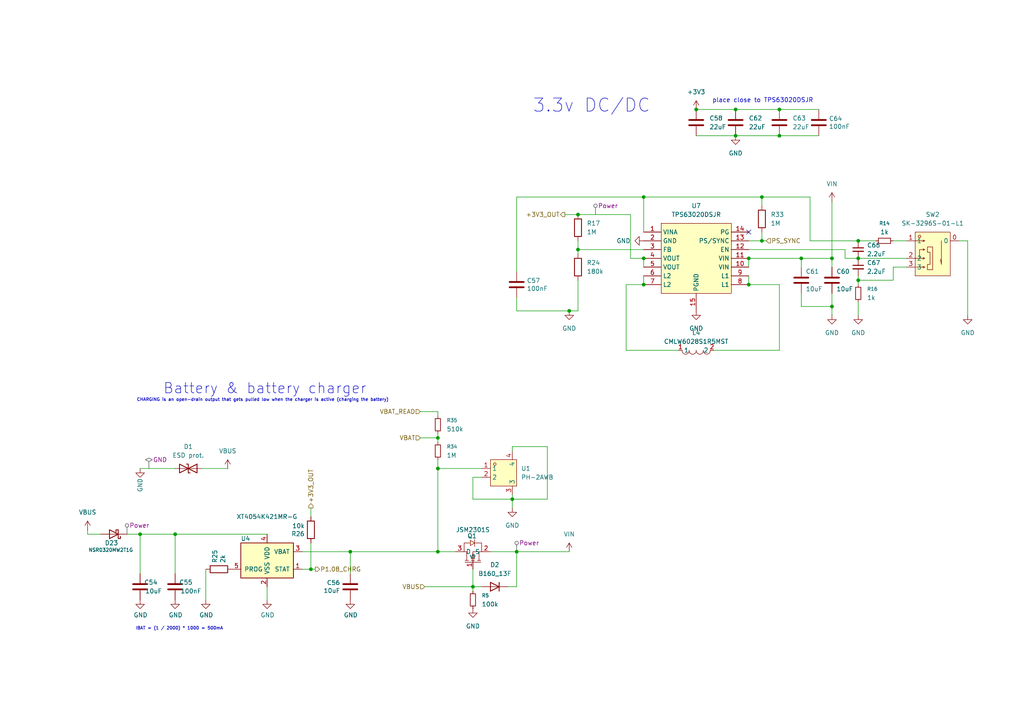
<source format=kicad_sch>
(kicad_sch (version 20250114) (generator "eeschema") (generator_version "9.0")
  (paper "A4")
  (title_block (title "Bornhack 2026") (rev "0.1") (company "Badge.Team"))
  (lib_symbols
    (symbol "Device:C" (pin_numbers (hide yes)) (pin_names (offset 0.254))
      (property "Reference" "C" (at 0.635 2.54 0))
      (property "Value" "C" (at 0.635 -2.54 0))
      (symbol "C_0_1"
        (polyline (pts (xy -2.032 0.762) (xy 2.032 0.762)) (stroke (width 0.508)))
        (polyline (pts (xy -2.032 -0.762) (xy 2.032 -0.762)) (stroke (width 0.508)))
      )
      (symbol "C_1_1"
        (pin passive line (at 0 3.81 270) (length 2.794) (name "~") (number "1"))
        (pin passive line (at 0 -3.81 90) (length 2.794) (name "~") (number "2"))
      )
    )
    (symbol "Device:C_Small" (pin_numbers (hide yes)) (pin_names (offset 0.254) (hide yes))
      (property "Reference" "C" (at 0.254 1.778 0))
      (property "Value" "C_Small" (at 0.254 -2.032 0))
      (symbol "C_Small_0_1"
        (polyline (pts (xy -1.524 0.508) (xy 1.524 0.508)) (stroke (width 0.3048)))
        (polyline (pts (xy -1.524 -0.508) (xy 1.524 -0.508)) (stroke (width 0.3302)))
      )
      (symbol "C_Small_1_1"
        (pin passive line (at 0 2.54 270) (length 2.032) (name "~") (number "1"))
        (pin passive line (at 0 -2.54 90) (length 2.032) (name "~") (number "2"))
      )
    )
    (symbol "Device:D" (pin_numbers (hide yes)) (pin_names (offset 1.016) (hide yes))
      (property "Reference" "D" (at 0 2.54 0))
      (property "Value" "D" (at 0 -2.54 0))
      (symbol "D_0_1"
        (polyline (pts (xy -1.27 1.27) (xy -1.27 -1.27)) (stroke (width 0.254)))
        (polyline (pts (xy 1.27 1.27) (xy 1.27 -1.27) (xy -1.27 0) (xy 1.27 1.27)) (stroke (width 0.254)))
        (polyline (pts (xy 1.27 0) (xy -1.27 0)))
      )
      (symbol "D_1_1"
        (pin passive line (at -3.81 0 0) (length 2.54) (name "K") (number "1"))
        (pin passive line (at 3.81 0 180) (length 2.54) (name "A") (number "2"))
      )
    )
    (symbol "Device:D_TVS" (pin_numbers (hide yes)) (pin_names (offset 1.016) (hide yes))
      (property "Reference" "D" (at 0 2.54 0))
      (property "Value" "D_TVS" (at 0 -2.54 0))
      (symbol "D_TVS_0_1"
        (polyline (pts (xy -2.54 1.27) (xy -2.54 -1.27) (xy 2.54 1.27) (xy 2.54 -1.27) (xy -2.54 1.27)) (stroke (width 0.254)))
        (polyline (pts (xy 0.508 1.27) (xy 0 1.27) (xy 0 -1.27) (xy -0.508 -1.27)) (stroke (width 0.254)))
        (polyline (pts (xy 1.27 0) (xy -1.27 0)))
      )
      (symbol "D_TVS_1_1"
        (pin passive line (at -3.81 0 0) (length 2.54) (name "A1") (number "1"))
        (pin passive line (at 3.81 0 180) (length 2.54) (name "A2") (number "2"))
      )
    )
    (symbol "Device:R" (pin_numbers (hide yes)) (pin_names (offset 0))
      (property "Reference" "R" (at 2.032 0 90))
      (property "Value" "R" (at 0 0 90))
      (symbol "R_0_1"
        (rectangle (start -1.016 -2.54) (end 1.016 2.54) (stroke (width 0.254)))
      )
      (symbol "R_1_1"
        (pin passive line (at 0 3.81 270) (length 1.27) (name "~") (number "1"))
        (pin passive line (at 0 -3.81 90) (length 1.27) (name "~") (number "2"))
      )
    )
    (symbol "Device:R_Small" (pin_numbers (hide yes)) (pin_names (offset 0.254) (hide yes))
      (property "Reference" "R" (at 0 0 90))
      (property "Value" "R_Small" (at 1.778 0 90))
      (symbol "R_Small_0_1"
        (rectangle (start -0.762 1.778) (end 0.762 -1.778) (stroke (width 0.2032)))
      )
      (symbol "R_Small_1_1"
        (pin passive line (at 0 2.54 270) (length 0.762) (name "~") (number "1"))
        (pin passive line (at 0 -2.54 90) (length 0.762) (name "~") (number "2"))
      )
    )
    (symbol "lcsc:CMLW6028S1R5MST"
      (property "Reference" "L" (at 0 5.08 0))
      (property "Value" "CMLW6028S1R5MST" (at 0 -5.08 0))
      (symbol "CMLW6028S1R5MST_0_1"
        (arc (start -2.04 -0.02) (mid -3.0445 -1.1335) (end -4.06 -0.03))
        (arc (start -0.01 -0.03) (mid -1.025 -1.1423) (end -2.04 -0.03))
        (arc (start 2.04 -0.03) (mid 1.03 -1.1403) (end 0.02 -0.03))
        (arc (start 4.06 -0.03) (mid 3.0704 -1.1229) (end 2.07 -0.04))
        (pin unspecified line (at -5.08 0 0) (length 1.016) (name "1") (number "1"))
        (pin unspecified line (at 5.08 0 180) (length 1.016) (name "2") (number "2"))
      )
    )
    (symbol "lcsc:JSM2301S"
      (property "Reference" "Q" (at 0 10.16 0))
      (property "Value" "JSM2301S" (at 0 -10.16 0))
      (symbol "JSM2301S_0_1"
        (polyline (pts (xy -3.05 2.29) (xy -3.05 -2.29)))
        (polyline (pts (xy -2.54 2.29) (xy -2.54 1.27)))
        (polyline (pts (xy -2.54 1.78) (xy 0 1.78) (xy 0 2.54) (xy 2.54 2.54) (xy 2.54 0.76)))
        (polyline (pts (xy -2.54 0) (xy 0 0) (xy 0 -2.54) (xy 2.54 -2.54) (xy 2.54 -0.76)))
        (polyline (pts (xy -2.54 -0.51) (xy -2.54 0.51)))
        (polyline (pts (xy -2.54 -2.29) (xy -2.54 -1.27)))
        (polyline (pts (xy -0.51 0) (xy -2.03 0.51) (xy -2.03 -0.51) (xy -0.51 0)) (fill (type background)))
        (polyline (pts (xy 0 -1.78) (xy -2.54 -1.78)))
        (polyline (pts (xy 1.52 -0.51) (xy 2.03 -0.51) (xy 3.05 -0.51) (xy 3.56 -0.51)))
        (polyline (pts (xy 2.54 -0.51) (xy 3.3 0.76) (xy 1.78 0.76) (xy 2.54 -0.51)) (fill (type background)))
      )
      (symbol "JSM2301S_1_1"
        (pin input line (at -5.08 0 0) (length 2.54) (name "G") (number "1"))
        (pin power_in line (at 0 5.08 270) (length 2.54) (name "D") (number "3"))
        (pin power_out line (at 0 -5.08 90) (length 2.54) (name "S") (number "2"))
      )
    )
    (symbol "lcsc:PH-2AWB"
      (property "Reference" "U" (at 0 11.43 0))
      (property "Value" "PH-2AWB" (at 0 -11.43 0))
      (symbol "PH-2AWB_0_1"
        (rectangle (start -2.54 3.81) (end 5.08 -3.81) (fill (type background)))
        (circle (center -1.27 2.54) (radius 0.38))
      )
      (symbol "PH-2AWB_1_1"
        (pin power_out line (at -5.08 1.27 0) (length 2.54) (name "1") (number "1"))
        (pin power_out line (at -5.08 -1.27 0) (length 2.54) (name "2") (number "2"))
        (pin power_in line (at 3.81 6.35 270) (length 2.54) (name "4") (number "4"))
        (pin power_in line (at 3.81 -6.35 90) (length 2.54) (name "3") (number "3"))
      )
    )
    (symbol "lcsc:SK-3296S-01-L1"
      (property "Reference" "SW" (at 0 7.62 0))
      (property "Value" "SK-3296S-01-L1" (at 0 -10.16 0))
      (symbol "SK-3296S-01-L1_0_1"
        (rectangle (start -5.08 5.08) (end 5.08 -7.62) (fill (type background)))
        (polyline (pts (xy -5.08 2.54) (xy -2.54 2.54)))
        (polyline (pts (xy -5.08 -2.54) (xy -2.54 -2.54)))
        (polyline (pts (xy -4.83 -5.08) (xy -2.54 -5.08)))
        (circle (center -3.81 3.81) (radius 0.38))
        (polyline (pts (xy -3.81 -2.54) (xy -3.81 0) (xy -2.54 0)))
        (polyline (pts (xy -2.29 2.54) (xy -2.79 2.79)))
        (polyline (pts (xy -2.29 2.54) (xy -2.79 2.29)))
        (polyline (pts (xy -2.29 0) (xy -2.79 0.25)))
        (polyline (pts (xy -2.29 0) (xy -2.79 -0.25)))
        (polyline (pts (xy -2.29 -2.54) (xy -2.79 -2.29)))
        (polyline (pts (xy -2.29 -2.54) (xy -2.79 -2.79)))
        (polyline (pts (xy -2.29 -5.08) (xy -2.79 -4.83)))
        (polyline (pts (xy -2.29 -5.08) (xy -2.79 -5.33)))
        (polyline (pts (xy -1.52 0.76) (xy 0 0.76) (xy 0 -5.84) (xy -1.52 -5.84) (xy -1.52 -4.32) (xy -0.76 -4.32) (xy -0.76 -0.76) (xy -1.52 -0.76) (xy -1.52 0.76)) (fill (type background)))
        (polyline (pts (xy 2.54 2.54) (xy 2.54 -4.32) (xy 2.29 -2.79)))
        (pin unspecified line (at -7.62 2.54 0) (length 2.54) (name "1") (number "1"))
        (pin unspecified line (at -7.62 -2.54 0) (length 2.54) (name "2") (number "2"))
        (pin unspecified line (at -7.62 -5.08 0) (length 2.54) (name "3") (number "3"))
        (pin unspecified line (at 7.62 2.54 180) (length 2.54) (name "0") (number "0"))
      )
    )
    (symbol "lcsc:TPS63020DSJR"
      (property "Reference" "U" (at 0 15.24 0))
      (property "Value" "TPS63020DSJR" (at 0 -17.78 0))
      (symbol "TPS63020DSJR_0_1"
        (rectangle (start -10.16 12.7) (end 10.16 -7.62) (fill (type background)))
        (pin unspecified line (at 15.24 10.16 180) (length 5.08) (name "PG") (number "14"))
      )
      (symbol "TPS63020DSJR_1_1"
        (pin power_out line (at -15.24 10.16 0) (length 5.08) (name "VINA") (number "1"))
        (pin power_in line (at -15.24 7.62 0) (length 5.08) (name "GND") (number "2"))
        (pin input line (at -15.24 5.08 0) (length 5.08) (name "FB") (number "3"))
        (pin power_out line (at -15.24 2.54 0) (length 5.08) (name "VOUT") (number "4"))
        (pin power_out line (at -15.24 0 0) (length 5.08) (name "VOUT") (number "5"))
        (pin passive line (at -15.24 -2.54 0) (length 5.08) (name "L2") (number "6"))
        (pin passive line (at -15.24 -5.08 0) (length 5.08) (name "L2") (number "7"))
        (pin power_in line (at 0 -12.7 90) (length 5.08) (name "PGND") (number "15"))
        (pin input line (at 15.24 7.62 180) (length 5.08) (name "PS/SYNC") (number "13"))
        (pin input line (at 15.24 5.08 180) (length 5.08) (name "EN") (number "12"))
        (pin power_in line (at 15.24 2.54 180) (length 5.08) (name "VIN") (number "11"))
        (pin power_in line (at 15.24 0 180) (length 5.08) (name "VIN") (number "10"))
        (pin passive line (at 15.24 -2.54 180) (length 5.08) (name "L1") (number "9"))
        (pin passive line (at 15.24 -5.08 180) (length 5.08) (name "L1") (number "8"))
      )
    )
    (symbol "mch2021-rescue:GND-power" (power) (pin_names (offset 0))
      (property "Value" "GND-power" (at 0 -3.81 0))
      (symbol "GND-power_0_1"
        (polyline (pts (xy 0 0) (xy 0 -1.27) (xy 1.27 -1.27) (xy 0 -2.54) (xy -1.27 -1.27) (xy 0 -1.27)))
      )
      (symbol "GND-power_1_1"
        (pin power_in line (at 0 0 270) (length 0) (hide yes) (name "GND") (number "1"))
      )
    )
    (symbol "power:+3V3" (power) (pin_numbers (hide yes)) (pin_names (offset 0) (hide yes))
      (property "Value" "+3V3" (at 0 3.556 0))
      (symbol "+3V3_0_1"
        (polyline (pts (xy -0.762 1.27) (xy 0 2.54)))
        (polyline (pts (xy 0 2.54) (xy 0.762 1.27)))
        (polyline (pts (xy 0 0) (xy 0 2.54)))
      )
      (symbol "+3V3_1_1"
        (pin power_in line (at 0 0 90) (length 0) (name "~") (number "1"))
      )
    )
    (symbol "power:GND" (power) (pin_numbers (hide yes)) (pin_names (offset 0) (hide yes))
      (property "Value" "GND" (at 0 -3.81 0))
      (symbol "GND_0_1"
        (polyline (pts (xy 0 0) (xy 0 -1.27) (xy 1.27 -1.27) (xy 0 -2.54) (xy -1.27 -1.27) (xy 0 -1.27)))
      )
      (symbol "GND_1_1"
        (pin power_in line (at 0 0 270) (length 0) (name "~") (number "1"))
      )
    )
    (symbol "power:VBUS" (power) (pin_numbers (hide yes)) (pin_names (offset 0) (hide yes))
      (property "Value" "VBUS" (at 0 3.556 0))
      (symbol "VBUS_0_1"
        (polyline (pts (xy -0.762 1.27) (xy 0 2.54)))
        (polyline (pts (xy 0 2.54) (xy 0.762 1.27)))
        (polyline (pts (xy 0 0) (xy 0 2.54)))
      )
      (symbol "VBUS_1_1"
        (pin power_in line (at 0 0 90) (length 0) (name "~") (number "1"))
      )
    )
    (symbol "symbols2:GND" (power) (pin_names (offset 0))
      (property "Value" "GND" (at 0 -3.81 0))
      (symbol "GND_0_1"
        (polyline (pts (xy 0 0) (xy 0 -1.27) (xy 1.27 -1.27) (xy 0 -2.54) (xy -1.27 -1.27) (xy 0 -1.27)))
      )
      (symbol "GND_1_1"
        (pin power_in line (at 0 0 270) (length 0) (hide yes) (name "GND") (number "1"))
      )
    )
    (symbol "symbols:C" (pin_numbers (hide yes)) (pin_names (offset 0.254))
      (property "Reference" "C" (at 0.635 2.54 0))
      (property "Value" "C" (at 0.635 -2.54 0))
      (symbol "C_0_1"
        (polyline (pts (xy -2.032 0.762) (xy 2.032 0.762)) (stroke (width 0.508)))
        (polyline (pts (xy -2.032 -0.762) (xy 2.032 -0.762)) (stroke (width 0.508)))
      )
      (symbol "C_1_1"
        (pin passive line (at 0 3.81 270) (length 2.794) (name "~") (number "1"))
        (pin passive line (at 0 -3.81 90) (length 2.794) (name "~") (number "2"))
      )
    )
    (symbol "symbols:D_Schottky" (pin_numbers (hide yes)) (pin_names (offset 1.016) (hide yes))
      (property "Reference" "D23" (at -1.27 2.54 0))
      (property "Value" "NSR0320MW2T1G" (at -5.588 4.572 0))
      (symbol "D_Schottky_0_1"
        (polyline (pts (xy -1.905 0.635) (xy -1.905 1.27) (xy -1.27 1.27) (xy -1.27 -1.27) (xy -0.635 -1.27) (xy -0.635 -0.635)) (stroke (width 0.254)))
        (polyline (pts (xy 1.27 1.27) (xy 1.27 -1.27) (xy -1.27 0) (xy 1.27 1.27)) (stroke (width 0.254)))
        (polyline (pts (xy 1.27 0) (xy -1.27 0)))
      )
      (symbol "D_Schottky_1_1"
        (pin power_out line (at -3.81 0 0) (length 2.54) (name "K") (number "1"))
        (pin passive line (at 3.81 0 180) (length 2.54) (name "A") (number "2"))
      )
    )
    (symbol "symbols:MCP73831-2-OT-Battery_Management" (pin_names (offset 1.016))
      (property "Reference" "U" (at -7.62 6.35 0))
      (property "Value" "MCP73831-2-OT-Battery_Management" (at 1.27 6.35 0))
      (symbol "MCP73831-2-OT-Battery_Management_0_1"
        (rectangle (start -7.62 5.08) (end 7.62 -5.08) (stroke (width 0.254)) (fill (type background)))
      )
      (symbol "MCP73831-2-OT-Battery_Management_1_1"
        (pin input line (at -10.16 -2.54 0) (length 2.54) (name "PROG") (number "5"))
        (pin power_in line (at 0 7.62 270) (length 2.54) (name "VDD") (number "4"))
        (pin power_in line (at 0 -7.62 90) (length 2.54) (name "VSS") (number "2"))
        (pin power_out line (at 10.16 2.54 180) (length 2.54) (name "VBAT") (number "3"))
        (pin output line (at 10.16 -2.54 180) (length 2.54) (name "STAT") (number "1"))
      )
    )
    (symbol "symbols:R" (pin_numbers (hide yes)) (pin_names (offset 0))
      (property "Reference" "R" (at 2.032 0 90))
      (property "Value" "R" (at 0 0 90))
      (symbol "R_0_1"
        (rectangle (start -1.016 -2.54) (end 1.016 2.54) (stroke (width 0.254)))
      )
      (symbol "R_1_1"
        (pin passive line (at 0 3.81 270) (length 1.27) (name "~") (number "1"))
        (pin passive line (at 0 -3.81 90) (length 1.27) (name "~") (number "2"))
      )
    )
  )
  (text "CHARGING is an open-drain output that gets pulled low when the charger is active (charging the battery)" (at 112.776 116.586 0) (effects (font (size 0.889 0.889)) (justify right bottom)))
  (text "IBAT = (1 / 2000) * 1000 = 500mA" (at 64.77 182.88 0) (effects (font (size 0.889 0.889)) (justify right bottom)))
  (text "3.3v DC/DC" (at 154.432 30.734 0) (effects (font (size 3.81 3.81)) (justify left)))
  (text "Battery & battery charger" (at 106.426 114.554 0) (effects (font (size 2.9972 2.9972)) (justify right bottom)))
  (text "place close to TPS63020DSJR" (at 221.234 29.21 0) (effects (font (size 1.27 1.27))))
  (junction (at 241.3 88.9))
  (junction (at 248.92 81.28))
  (junction (at 127 160.02))
  (junction (at 50.8 154.94))
  (junction (at 127 135.89))
  (junction (at 186.69 82.55))
  (junction (at 232.41 74.93))
  (junction (at 220.98 57.15))
  (junction (at 226.06 31.75))
  (junction (at 186.69 57.15))
  (junction (at 40.64 154.94))
  (junction (at 213.36 39.37))
  (junction (at 165.1 90.17))
  (junction (at 90.17 165.1))
  (junction (at 186.69 74.93))
  (junction (at 213.36 31.75))
  (junction (at 241.3 74.93))
  (junction (at 248.92 69.85))
  (junction (at 226.06 39.37))
  (junction (at 149.86 160.02))
  (junction (at 217.17 82.55))
  (junction (at 201.93 31.75))
  (junction (at 101.6 160.02))
  (junction (at 127 127))
  (junction (at 148.59 144.78))
  (junction (at 167.64 62.23))
  (junction (at 167.64 72.39))
  (junction (at 217.17 74.93))
  (junction (at 248.92 74.93))
  (junction (at 137.16 170.18))
  (junction (at 220.98 69.85))
  (no_connect (at 217.17 67.31))
  (wire (pts (xy 148.59 129.54) (xy 158.75 129.54)))
  (wire (pts (xy 226.06 39.37) (xy 237.49 39.37)))
  (wire (pts (xy 259.08 69.85) (xy 262.89 69.85)))
  (wire (pts (xy 245.11 72.39) (xy 245.11 74.93)))
  (wire (pts (xy 90.17 165.1) (xy 87.63 165.1)))
  (wire (pts (xy 137.16 170.18) (xy 137.16 171.45)))
  (wire (pts (xy 127 133.35) (xy 127 135.89)))
  (wire (pts (xy 248.92 74.93) (xy 262.89 74.93)))
  (wire (pts (xy 127 119.38) (xy 127 120.65)))
  (wire (pts (xy 232.41 88.9) (xy 241.3 88.9)))
  (wire (pts (xy 241.3 74.93) (xy 241.3 77.47)))
  (wire (pts (xy 248.92 69.85) (xy 254 69.85)))
  (wire (pts (xy 259.08 77.47) (xy 262.89 77.47)))
  (wire (pts (xy 186.69 57.15) (xy 220.98 57.15)))
  (wire (pts (xy 213.36 31.75) (xy 226.06 31.75)))
  (wire (pts (xy 182.88 62.23) (xy 182.88 74.93)))
  (wire (pts (xy 137.16 138.43) (xy 139.7 138.43)))
  (wire (pts (xy 36.83 154.94) (xy 40.64 154.94)))
  (wire (pts (xy 101.6 166.37) (xy 101.6 160.02)))
  (wire (pts (xy 25.4 154.94) (xy 25.4 153.67)))
  (wire (pts (xy 241.3 85.09) (xy 241.3 88.9)))
  (wire (pts (xy 217.17 74.93) (xy 217.17 77.47)))
  (wire (pts (xy 234.95 57.15) (xy 234.95 69.85)))
  (wire (pts (xy 217.17 72.39) (xy 245.11 72.39)))
  (wire (pts (xy 167.64 81.28) (xy 167.64 90.17)))
  (wire (pts (xy 90.17 157.48) (xy 90.17 165.1)))
  (wire (pts (xy 77.47 154.94) (xy 50.8 154.94)))
  (wire (pts (xy 101.6 160.02) (xy 127 160.02)))
  (wire (pts (xy 181.61 82.55) (xy 186.69 82.55)))
  (wire (pts (xy 121.92 119.38) (xy 127 119.38)))
  (wire (pts (xy 167.64 62.23) (xy 182.88 62.23)))
  (wire (pts (xy 234.95 69.85) (xy 248.92 69.85)))
  (wire (pts (xy 90.17 147.32) (xy 90.17 149.86)))
  (wire (pts (xy 137.16 144.78) (xy 148.59 144.78)))
  (wire (pts (xy 40.64 135.89) (xy 50.8 135.89)))
  (wire (pts (xy 186.69 57.15) (xy 186.69 67.31)))
  (wire (pts (xy 149.86 86.36) (xy 149.86 90.17)))
  (wire (pts (xy 217.17 82.55) (xy 226.06 82.55)))
  (wire (pts (xy 163.83 62.23) (xy 167.64 62.23)))
  (wire (pts (xy 149.86 57.15) (xy 149.86 78.74)))
  (wire (pts (xy 217.17 80.01) (xy 217.17 82.55)))
  (wire (pts (xy 220.98 69.85) (xy 222.25 69.85)))
  (wire (pts (xy 182.88 74.93) (xy 186.69 74.93)))
  (wire (pts (xy 181.61 101.6) (xy 196.85 101.6)))
  (wire (pts (xy 181.61 82.55) (xy 181.61 101.6)))
  (wire (pts (xy 201.93 31.75) (xy 213.36 31.75)))
  (wire (pts (xy 40.64 166.37) (xy 40.64 154.94)))
  (wire (pts (xy 123.19 170.18) (xy 137.16 170.18)))
  (wire (pts (xy 127 160.02) (xy 132.08 160.02)))
  (wire (pts (xy 167.64 69.85) (xy 167.64 72.39)))
  (wire (pts (xy 241.3 88.9) (xy 241.3 91.44)))
  (wire (pts (xy 186.69 80.01) (xy 186.69 82.55)))
  (wire (pts (xy 158.75 129.54) (xy 158.75 144.78)))
  (wire (pts (xy 167.64 72.39) (xy 186.69 72.39)))
  (wire (pts (xy 127 125.73) (xy 127 127)))
  (wire (pts (xy 59.69 165.1) (xy 59.69 173.99)))
  (wire (pts (xy 201.93 39.37) (xy 213.36 39.37)))
  (wire (pts (xy 137.16 165.1) (xy 137.16 170.18)))
  (wire (pts (xy 226.06 31.75) (xy 237.49 31.75)))
  (wire (pts (xy 142.24 160.02) (xy 149.86 160.02)))
  (wire (pts (xy 77.47 170.18) (xy 77.47 173.99)))
  (wire (pts (xy 127 127) (xy 127 128.27)))
  (wire (pts (xy 149.86 90.17) (xy 165.1 90.17)))
  (wire (pts (xy 248.92 80.01) (xy 248.92 81.28)))
  (wire (pts (xy 25.4 154.94) (xy 29.21 154.94)))
  (wire (pts (xy 90.17 165.1) (xy 91.44 165.1)))
  (wire (pts (xy 232.41 74.93) (xy 232.41 77.47)))
  (wire (pts (xy 40.64 154.94) (xy 50.8 154.94)))
  (wire (pts (xy 280.67 69.85) (xy 280.67 91.44)))
  (wire (pts (xy 213.36 39.37) (xy 226.06 39.37)))
  (wire (pts (xy 241.3 58.42) (xy 241.3 74.93)))
  (wire (pts (xy 245.11 74.93) (xy 248.92 74.93)))
  (wire (pts (xy 232.41 85.09) (xy 232.41 88.9)))
  (wire (pts (xy 278.13 69.85) (xy 280.67 69.85)))
  (wire (pts (xy 66.04 135.89) (xy 58.42 135.89)))
  (wire (pts (xy 148.59 144.78) (xy 158.75 144.78)))
  (wire (pts (xy 148.59 144.78) (xy 148.59 147.32)))
  (wire (pts (xy 217.17 74.93) (xy 232.41 74.93)))
  (wire (pts (xy 147.32 170.18) (xy 149.86 170.18)))
  (wire (pts (xy 148.59 129.54) (xy 148.59 130.81)))
  (wire (pts (xy 127 135.89) (xy 139.7 135.89)))
  (wire (pts (xy 248.92 81.28) (xy 248.92 82.55)))
  (wire (pts (xy 220.98 67.31) (xy 220.98 69.85)))
  (wire (pts (xy 217.17 69.85) (xy 220.98 69.85)))
  (wire (pts (xy 220.98 57.15) (xy 220.98 59.69)))
  (wire (pts (xy 148.59 143.51) (xy 148.59 144.78)))
  (wire (pts (xy 165.1 90.17) (xy 167.64 90.17)))
  (wire (pts (xy 259.08 77.47) (xy 259.08 81.28)))
  (wire (pts (xy 186.69 74.93) (xy 186.69 77.47)))
  (wire (pts (xy 226.06 82.55) (xy 226.06 101.6)))
  (wire (pts (xy 248.92 81.28) (xy 259.08 81.28)))
  (wire (pts (xy 87.63 160.02) (xy 101.6 160.02)))
  (wire (pts (xy 149.86 57.15) (xy 186.69 57.15)))
  (wire (pts (xy 50.8 154.94) (xy 50.8 166.37)))
  (wire (pts (xy 149.86 160.02) (xy 165.1 160.02)))
  (wire (pts (xy 220.98 57.15) (xy 234.95 57.15)))
  (wire (pts (xy 137.16 170.18) (xy 139.7 170.18)))
  (wire (pts (xy 207.01 101.6) (xy 226.06 101.6)))
  (wire (pts (xy 167.64 72.39) (xy 167.64 73.66)))
  (wire (pts (xy 137.16 138.43) (xy 137.16 144.78)))
  (wire (pts (xy 127 135.89) (xy 127 160.02)))
  (wire (pts (xy 241.3 74.93) (xy 232.41 74.93)))
  (wire (pts (xy 149.86 160.02) (xy 149.86 170.18)))
  (wire (pts (xy 248.92 87.63) (xy 248.92 91.44)))
  (wire (pts (xy 121.92 127) (xy 127 127)))
  (hierarchical_label "VBAT" (shape input) (at 121.92 127 180))
  (hierarchical_label "+3V3_OUT" (shape output) (at 163.83 62.23 180))
  (hierarchical_label "+3V3_OUT" (shape output) (at 90.17 147.32 90))
  (hierarchical_label "PS_SYNC" (shape input) (at 222.25 69.85 0))
  (hierarchical_label "VBUS" (shape input) (at 123.19 170.18 180))
  (hierarchical_label "VBAT_READ" (shape input) (at 121.92 119.38 180))
  (hierarchical_label "P1.08_CHRG" (shape output) (at 91.44 165.1 0))
  (netclass_flag "" (length 2.54) (shape diamond) (at 43.18 135.89 0) (property "Netclass" "GND" (at 44.3865 133.35 0) (effects (justify left))))
  (netclass_flag "" (length 2.54) (shape round) (at 149.86 160.02 0) (property "Netclass" "Power" (at 150.5585 157.48 0) (effects (justify left))))
  (netclass_flag "" (length 2.54) (shape round) (at 172.72 62.23 0) (property "Netclass" "Power" (at 173.4185 59.69 0) (effects (justify left))))
  (netclass_flag "" (length 2.54) (shape round) (at 36.83 154.94 0) (property "Netclass" "Power" (at 37.5285 152.4 0) (effects (justify left))))
  (symbol (lib_id "mch2021-rescue:GND-power") (at 40.64 135.89 0) (unit 1)
    (property "Reference" "#PWR02" (effects (hide yes)))
    (property "Value" "GND" (at 40.64 140.716 90))
  )
  (symbol (lib_id "power:GND") (at 137.16 176.53 0) (unit 1)
    (property "Reference" "#PWR033" (effects (hide yes)))
    (property "Value" "GND" (at 137.16 181.61 0))
    (property "Description" "Power symbol creates a global label with name \"GND\" , ground" (effects (hide yes)))
  )
  (symbol (lib_id "lcsc:TPS63020DSJR") (at 201.93 77.47 0) (unit 1)
    (property "Reference" "U7" (at 201.93 59.69 0))
    (property "Value" "TPS63020DSJR" (at 201.93 62.23 0))
    (property "Footprint" "lcsc:VSON-14_L4.0-W3.0-P0.50-BL-EP_TI_DSJ" (effects (hide yes)))
    (property "Datasheet" "https://lcsc.com/product-detail/DC-DC-Converters_TI_TPS63020DSJR_TPS63020DSJR_C15483.html" (effects (hide yes)))
    (property "LCSC" "C15483" (effects (hide yes)))
    (property "LCSC Part" "C15483" (effects (hide yes)))
  )
  (symbol (lib_id "Device:R") (at 220.98 63.5 0) (unit 1)
    (property "Reference" "R33" (at 223.52 62.2299 0) (effects (justify left)))
    (property "Value" "1M" (at 223.52 64.7699 0) (effects (justify left)))
    (property "Footprint" "Resistor_SMD:R_0402_1005Metric_Pad0.72x0.64mm_HandSolder" (effects (hide yes)))
    (property "Datasheet" "https://www.lcsc.com/product-detail/Chip-Resistor-Surface-Mount_UNI-ROYAL-Uniroyal-Elec-0402WGF1004TCE_C26083.html" (effects (hide yes)))
    (property "Description" "Resistor" (effects (hide yes)))
    (property "LCSC" "C26083" (effects (hide yes)))
  )
  (symbol (lib_id "Device:C") (at 226.06 35.56 0) (unit 1)
    (property "Reference" "C63" (at 229.87 34.2899 0) (effects (justify left)))
    (property "Value" "22uF" (at 229.87 36.8299 0) (effects (justify left)))
    (property "Footprint" "Capacitor_SMD:C_0805_2012Metric" (effects (hide yes)))
    (property "Datasheet" "https://jlcpcb.com/partdetail/46786-CL21A226MAQNNNE/C45783" (effects (hide yes)))
    (property "LCSC" "C45783 " (effects (hide yes)))
  )
  (symbol (lib_id "power:GND") (at 241.3 91.44 0) (unit 1)
    (property "Reference" "#PWR0111" (effects (hide yes)))
    (property "Value" "GND" (at 241.3 96.52 0))
  )
  (symbol (lib_id "lcsc:JSM2301S") (at 137.16 160.02 90) (unit 1)
    (property "Reference" "Q1" (at 136.906 155.448 90))
    (property "Value" "JSM2301S" (at 137.16 153.67 90))
    (property "Footprint" "lcsc:SOT-23-3_L2.9-W1.3-P1.90-LS2.4-BR" (effects (hide yes)))
    (property "Datasheet" "https://lcsc.com/product-detail/MOSFET_JSMSEMI-JSM2301S_C916399.html" (effects (hide yes)))
    (property "LCSC Part" "C916399" (effects (hide yes)))
    (property "LCSC" "C916399" (effects (hide yes)))
  )
  (symbol (lib_id "symbols2:GND") (at 40.64 173.99 0) (unit 1)
    (property "Reference" "#PWR089" (effects (hide yes)))
    (property "Value" "GND" (at 40.767 178.3842 0))
    (property "Description" "Power symbol creates a global label with name \"GND\" , ground" (effects (hide yes)))
  )
  (symbol (lib_id "symbols:MCP73831-2-OT-Battery_Management") (at 77.47 162.56 0) (unit 1)
    (property "Reference" "U4" (at 69.85 156.21 0) (effects (justify left)))
    (property "Value" "XT4054K421MR-G" (at 68.58 149.86 0) (effects (justify left)))
    (property "Footprint" "lcsc:SOT-23-5_L2.9-W1.6-P0.95-LS2.8-BL" (effects (hide yes)))
    (property "Datasheet" "https://datasheet.lcsc.com/lcsc/1811010913_NATLINEAR-XT4054K421MR-G_C141405.pdf" (effects (hide yes)))
    (property "LCSC" "C141405" (effects (hide yes)))
  )
  (symbol (lib_id "lcsc:CMLW6028S1R5MST") (at 201.93 101.6 0) (unit 1)
    (property "Reference" "L4" (at 201.9301 96.52 0))
    (property "Value" "CMLW6028S1R5MST" (at 201.9301 99.06 0))
    (property "Footprint" "lcsc:IND-SMD_L6.0-W6.0" (effects (hide yes)))
    (property "Datasheet" "https://www.lcsc.com/product-detail/C431354.html" (effects (hide yes)))
    (property "Description" "FIXED IND 1.5uH 4.58A 13mΩ SMD,6x6mm" (effects (hide yes)))
    (property "LCSC" "C431354" (effects (hide yes)))
  )
  (symbol (lib_id "symbols:D_Schottky") (at 33.02 154.94 180) (unit 1)
    (property "Reference" "D23" (at 34.29 157.48 0) (effects (justify left)))
    (property "Value" "NSR0320MW2T1G" (at 38.608 159.512 0) (effects (font (size 1 1)) (justify left)))
    (property "Footprint" "Diode_SMD:D_SOD-323" (effects (hide yes)))
    (property "Datasheet" "https://datasheet.lcsc.com/lcsc/1806150330_onsemi-NSR0320MW2T1G_C48192.pdf" (effects (hide yes)))
    (property "LCSC" "C48192" (effects (hide yes)))
  )
  (symbol (lib_id "power:GND") (at 213.36 39.37 0) (unit 1)
    (property "Reference" "#PWR0104" (effects (hide yes)))
    (property "Value" "GND" (at 213.36 44.45 0))
  )
  (symbol (lib_id "symbols:C") (at 149.86 82.55 0) (unit 1)
    (property "Reference" "C57" (at 152.781 81.3816 0) (effects (justify left)))
    (property "Value" "100nF" (at 152.781 83.693 0) (effects (justify left)))
    (property "Footprint" "Capacitor_SMD:C_0402_1005Metric" (effects (hide yes)))
    (property "Datasheet" "https://jlcpcb.com/partdetail/1877-CL05B104KO5NNNC/C1525" (effects (hide yes)))
    (property "LCSC" "C1525" (effects (hide yes)))
  )
  (symbol (lib_id "Device:R_Small") (at 256.54 69.85 90) (unit 1)
    (property "Reference" "R14" (at 256.54 64.77 90) (effects (font (size 1.016 1.016))))
    (property "Value" "1k" (at 256.54 67.31 90))
    (property "Footprint" "Resistor_SMD:R_0402_1005Metric" (effects (hide yes)))
    (property "Datasheet" "https://jlcpcb.com/partdetail/12256-0402WGF1001TCE/C11702" (effects (hide yes)))
    (property "Description" "Resistor, small symbol" (effects (hide yes)))
    (property "LCSC" "C11702" (effects (hide yes)))
  )
  (symbol (lib_id "Device:C") (at 241.3 81.28 0) (unit 1)
    (property "Reference" "C60" (at 242.57 78.74 0) (effects (justify left)))
    (property "Value" "10uF" (at 242.57 83.82 0) (effects (justify left)))
    (property "Footprint" "Capacitor_SMD:C_0603_1608Metric" (effects (hide yes)))
    (property "Datasheet" "https://jlcpcb.com/partdetail/20411-CL10A106KP8NNNC/C19702" (effects (hide yes)))
    (property "LCSC" "C19702" (effects (hide yes)))
  )
  (symbol (lib_id "power:GND") (at 201.93 90.17 0) (unit 1)
    (property "Reference" "#PWR071" (effects (hide yes)))
    (property "Value" "GND" (at 201.93 95.25 0))
  )
  (symbol (lib_id "Device:C") (at 213.36 35.56 0) (unit 1)
    (property "Reference" "C62" (at 217.17 34.2899 0) (effects (justify left)))
    (property "Value" "22uF" (at 217.17 36.8299 0) (effects (justify left)))
    (property "Footprint" "Capacitor_SMD:C_0805_2012Metric" (effects (hide yes)))
    (property "Datasheet" "https://jlcpcb.com/partdetail/46786-CL21A226MAQNNNE/C45783" (effects (hide yes)))
    (property "LCSC" "C45783 " (effects (hide yes)))
  )
  (symbol (lib_id "Device:R") (at 167.64 66.04 0) (unit 1)
    (property "Reference" "R17" (at 170.18 64.7699 0) (effects (justify left)))
    (property "Value" "1M" (at 170.18 67.3099 0) (effects (justify left)))
    (property "Footprint" "Resistor_SMD:R_0402_1005Metric_Pad0.72x0.64mm_HandSolder" (effects (hide yes)))
    (property "Datasheet" "https://www.lcsc.com/product-detail/Chip-Resistor-Surface-Mount_UNI-ROYAL-Uniroyal-Elec-0402WGF1004TCE_C26083.html" (effects (hide yes)))
    (property "Description" "Resistor" (effects (hide yes)))
    (property "LCSC" "C26083" (effects (hide yes)))
  )
  (symbol (lib_id "Device:C") (at 232.41 81.28 0) (unit 1)
    (property "Reference" "C61" (at 233.68 78.74 0) (effects (justify left)))
    (property "Value" "10uF" (at 233.68 83.82 0) (effects (justify left)))
    (property "Footprint" "Capacitor_SMD:C_0603_1608Metric" (effects (hide yes)))
    (property "Datasheet" "https://jlcpcb.com/partdetail/20411-CL10A106KP8NNNC/C19702" (effects (hide yes)))
    (property "LCSC" "C19702" (effects (hide yes)))
  )
  (symbol (lib_id "power:GND") (at 148.59 147.32 0) (unit 1)
    (property "Reference" "#PWR021" (effects (hide yes)))
    (property "Value" "GND" (at 148.59 152.4 0))
    (property "Description" "Power symbol creates a global label with name \"GND\" , ground" (effects (hide yes)))
  )
  (symbol (lib_id "symbols:R") (at 63.5 165.1 90) (unit 1)
    (property "Reference" "R25" (at 62.3316 163.322 0) (effects (justify left)))
    (property "Value" "2k" (at 64.643 163.322 0) (effects (justify left)))
    (property "Footprint" "Resistor_SMD:R_0402_1005Metric" (effects (hide yes)))
    (property "Datasheet" "https://www.lcsc.com/product-detail/Chip-Resistor-Surface-Mount_UNI-ROYAL-Uniroyal-Elec-0402WGF2001TCE_C4109.html" (effects (hide yes)))
    (property "LCSC" "C4109" (effects (hide yes)))
  )
  (symbol (lib_id "power:VBUS") (at 66.04 135.89 0) (unit 1)
    (property "Reference" "#PWR03" (effects (hide yes)))
    (property "Value" "VBUS" (at 66.04 130.81 0))
    (property "Description" "Power symbol creates a global label with name \"VBUS\"" (effects (hide yes)))
  )
  (symbol (lib_id "Device:R_Small") (at 127 123.19 0) (unit 1)
    (property "Reference" "R35" (at 129.54 121.9199 0) (effects (font (size 1.016 1.016)) (justify left)))
    (property "Value" "510k" (at 129.54 124.4599 0) (effects (justify left)))
    (property "Footprint" "Resistor_SMD:R_0402_1005Metric" (effects (hide yes)))
    (property "Datasheet" "https://jlcpcb.com/partdetail/26307-0402WGJ0514TCE/C25564" (effects (hide yes)))
    (property "Description" "Resistor, small symbol" (effects (hide yes)))
    (property "LCSC" "C25564" (effects (hide yes)))
  )
  (symbol (lib_id "Device:R") (at 167.64 77.47 0) (unit 1)
    (property "Reference" "R24" (at 170.18 76.1999 0) (effects (justify left)))
    (property "Value" "180k" (at 170.18 78.7399 0) (effects (justify left)))
    (property "Footprint" "Resistor_SMD:R_0402_1005Metric_Pad0.72x0.64mm_HandSolder" (effects (hide yes)))
    (property "Datasheet" "https://www.lcsc.com/product-detail/Chip-Resistor-Surface-Mount_FOJAN-FRC0402F1803TS_C2909325.html" (effects (hide yes)))
    (property "Description" "Resistor" (effects (hide yes)))
    (property "LCSC" "C2909325" (effects (hide yes)))
  )
  (symbol (lib_id "symbols2:GND") (at 59.69 173.99 0) (unit 1)
    (property "Reference" "#PWR091" (effects (hide yes)))
    (property "Value" "GND" (at 59.817 178.3842 0))
    (property "Description" "Power symbol creates a global label with name \"GND\" , ground" (effects (hide yes)))
  )
  (symbol (lib_id "power:VBUS") (at 241.3 58.42 0) (unit 1)
    (property "Reference" "#PWR0105" (effects (hide yes)))
    (property "Value" "VIN" (at 241.3 53.34 0))
  )
  (symbol (lib_id "symbols:C") (at 40.64 170.18 180) (unit 1)
    (property "Reference" "C54" (at 45.72 168.91 0) (effects (justify left)))
    (property "Value" "10uF" (at 46.99 171.45 0) (effects (justify left)))
    (property "Footprint" "Capacitor_SMD:C_0603_1608Metric" (effects (hide yes)))
    (property "Datasheet" "https://jlcpcb.com/partdetail/20411-CL10A106KP8NNNC/C19702" (effects (hide yes)))
    (property "LCSC" "C19702" (effects (hide yes)))
  )
  (symbol (lib_id "lcsc:PH-2AWB") (at 144.78 137.16 0) (unit 1)
    (property "Reference" "U1" (at 151.13 135.8899 0) (effects (justify left)))
    (property "Value" "PH-2AWB" (at 151.13 138.4299 0) (effects (justify left)))
    (property "Footprint" "lcsc:CONN-SMD_PH-2AWB" (effects (hide yes)))
    (property "Datasheet" "https://jlcpcb.com/partdetail/Dll-PH2AWB/C20598817" (effects (hide yes)))
    (property "LCSC Part" "C20598817" (effects (hide yes)))
  )
  (symbol (lib_id "power:+3V3") (at 201.93 31.75 0) (unit 1)
    (property "Reference" "#PWR036" (effects (hide yes)))
    (property "Value" "+3V3" (at 201.93 26.67 0))
    (property "Description" "Power symbol creates a global label with name \"+3V3\"" (effects (hide yes)))
  )
  (symbol (lib_id "power:VBUS") (at 25.4 153.67 0) (unit 1)
    (property "Reference" "#PWR088" (effects (hide yes)))
    (property "Value" "VBUS" (at 25.4 148.59 0))
    (property "Description" "Power symbol creates a global label with name \"VBUS\"" (effects (hide yes)))
  )
  (symbol (lib_id "Device:R_Small") (at 127 130.81 0) (unit 1)
    (property "Reference" "R34" (at 129.54 129.5399 0) (effects (font (size 1.016 1.016)) (justify left)))
    (property "Value" "1M" (at 129.54 132.0799 0) (effects (justify left)))
    (property "Footprint" "Resistor_SMD:R_0402_1005Metric" (effects (hide yes)))
    (property "Datasheet" "https://jlcpcb.com/partdetail/26826-0402WGF1004TCE/C26083" (effects (hide yes)))
    (property "Description" "Resistor, small symbol" (effects (hide yes)))
    (property "LCSC" "C26083" (effects (hide yes)))
  )
  (symbol (lib_id "Device:R_Small") (at 248.92 85.09 180) (unit 1)
    (property "Reference" "R16" (at 251.46 83.8199 0) (effects (font (size 1.016 1.016)) (justify right)))
    (property "Value" "1k" (at 251.46 86.3599 0) (effects (justify right)))
    (property "Footprint" "Resistor_SMD:R_0402_1005Metric" (effects (hide yes)))
    (property "Datasheet" "https://jlcpcb.com/partdetail/12256-0402WGF1001TCE/C11702" (effects (hide yes)))
    (property "Description" "Resistor, small symbol" (effects (hide yes)))
    (property "LCSC" "C11702" (effects (hide yes)))
  )
  (symbol (lib_id "Device:C_Small") (at 248.92 77.47 0) (unit 1)
    (property "Reference" "C67" (at 251.46 76.2062 0) (effects (justify left)))
    (property "Value" "2.2uF" (at 251.46 78.7462 0) (effects (justify left)))
    (property "Footprint" "Capacitor_SMD:C_0402_1005Metric" (effects (hide yes)))
    (property "Datasheet" "https://jlcpcb.com/partdetail/13164-CL05A225MQ5NSNC/C12530" (effects (hide yes)))
    (property "Description" "Unpolarized capacitor, small symbol" (effects (hide yes)))
    (property "LCSC" "C12530" (effects (hide yes)))
  )
  (symbol (lib_id "symbols:C") (at 50.8 170.18 180) (unit 1)
    (property "Reference" "C55" (at 55.88 168.91 0) (effects (justify left)))
    (property "Value" "100nF" (at 58.42 171.45 0) (effects (justify left)))
    (property "Footprint" "Capacitor_SMD:C_0402_1005Metric" (effects (hide yes)))
    (property "Datasheet" "https://jlcpcb.com/partdetail/1877-CL05B104KO5NNNC/C1525" (effects (hide yes)))
    (property "LCSC" "C1525" (effects (hide yes)))
  )
  (symbol (lib_id "power:VBUS") (at 165.1 160.02 0) (unit 1)
    (property "Reference" "#PWR035" (effects (hide yes)))
    (property "Value" "VIN" (at 165.1 154.94 0))
  )
  (symbol (lib_id "power:GND") (at 248.92 91.44 0) (unit 1)
    (property "Reference" "#PWR023" (effects (hide yes)))
    (property "Value" "GND" (at 248.92 96.52 0))
  )
  (symbol (lib_id "Device:C_Small") (at 248.92 72.39 0) (unit 1)
    (property "Reference" "C66" (at 251.46 71.1262 0) (effects (justify left)))
    (property "Value" "2.2uF" (at 251.46 73.6662 0) (effects (justify left)))
    (property "Footprint" "Capacitor_SMD:C_0402_1005Metric" (effects (hide yes)))
    (property "Datasheet" "https://jlcpcb.com/partdetail/13164-CL05A225MQ5NSNC/C12530" (effects (hide yes)))
    (property "Description" "Unpolarized capacitor, small symbol" (effects (hide yes)))
    (property "LCSC" "C12530" (effects (hide yes)))
  )
  (symbol (lib_id "symbols2:GND") (at 50.8 173.99 0) (unit 1)
    (property "Reference" "#PWR090" (effects (hide yes)))
    (property "Value" "GND" (at 50.927 178.3842 0))
    (property "Description" "Power symbol creates a global label with name \"GND\" , ground" (effects (hide yes)))
  )
  (symbol (lib_id "Device:D_TVS") (at 54.61 135.89 0) (mirror y) (unit 1)
    (property "Reference" "D1" (at 54.61 129.54 0))
    (property "Value" "ESD prot." (at 54.61 132.08 0))
    (property "Footprint" "Diode_SMD:D_SOD-323" (effects (hide yes)))
    (property "Datasheet" "https://jlcpcb.com/partdetail/Elecsuper-CDSOD323T03SC/C22363742" (effects (hide yes)))
    (property "LCSC" "C22363742" (effects (hide yes)))
  )
  (symbol (lib_id "symbols2:GND") (at 77.47 173.99 0) (unit 1)
    (property "Reference" "#PWR092" (effects (hide yes)))
    (property "Value" "GND" (at 77.597 178.3842 0))
    (property "Description" "Power symbol creates a global label with name \"GND\" , ground" (effects (hide yes)))
  )
  (symbol (lib_id "Device:R_Small") (at 137.16 173.99 0) (unit 1)
    (property "Reference" "R5" (at 139.7 172.7199 0) (effects (font (size 1.016 1.016)) (justify left)))
    (property "Value" "100k" (at 139.7 175.2599 0) (effects (justify left)))
    (property "Footprint" "Resistor_SMD:R_0402_1005Metric" (effects (hide yes)))
    (property "Datasheet" "https://jlcpcb.com/partdetail/26273-0402WGJ0104TCE/C25530" (effects (hide yes)))
    (property "Description" "Resistor, small symbol" (effects (hide yes)))
    (property "LCSC" "C25530" (effects (hide yes)))
  )
  (symbol (lib_id "symbols2:GND") (at 101.6 173.99 0) (unit 1)
    (property "Reference" "#PWR094" (effects (hide yes)))
    (property "Value" "GND" (at 101.727 178.3842 0))
    (property "Description" "Power symbol creates a global label with name \"GND\" , ground" (effects (hide yes)))
  )
  (symbol (lib_id "lcsc:SK-3296S-01-L1") (at 270.51 72.39 0) (unit 1)
    (property "Reference" "SW2" (at 270.51 62.23 0))
    (property "Value" "SK-3296S-01-L1" (at 270.51 64.77 0))
    (property "Footprint" "lcsc:SW-SMD_3P-P1.50_L2.7-W6.6" (effects (hide yes)))
    (property "Datasheet" "https://lcsc.com/product-detail/Toggle-Switches_XKB-Enterprise-SK-3296S-01-L1_C319020.html" (effects (hide yes)))
    (property "LCSC Part" "C319020" (effects (hide yes)))
    (property "LCSC" "C319020" (effects (hide yes)))
  )
  (symbol (lib_id "Device:C") (at 201.93 35.56 0) (unit 1)
    (property "Reference" "C58" (at 205.74 34.2899 0) (effects (justify left)))
    (property "Value" "22uF" (at 205.74 36.8299 0) (effects (justify left)))
    (property "Footprint" "Capacitor_SMD:C_0805_2012Metric" (effects (hide yes)))
    (property "Datasheet" "https://jlcpcb.com/partdetail/46786-CL21A226MAQNNNE/C45783" (effects (hide yes)))
    (property "LCSC" "C45783 " (effects (hide yes)))
  )
  (symbol (lib_id "Device:D") (at 143.51 170.18 180) (unit 1)
    (property "Reference" "D2" (at 143.51 163.83 0))
    (property "Value" "B160_13F" (at 143.51 166.37 0))
    (property "Footprint" "Diode_SMD:D_SMA" (effects (hide yes)))
    (property "Datasheet" "https://jlcpcb.com/partdetail/DiodesIncorporated-B160_13F/C24784" (effects (hide yes)))
    (property "Description" "Diode" (effects (hide yes)))
    (property "Sim.Device" "D" (effects (hide yes)))
    (property "Sim.Pins" "1=K 2=A" (effects (hide yes)))
    (property "LCSC" "C24784" (effects (hide yes)))
  )
  (symbol (lib_id "symbols:C") (at 101.6 170.18 0) (mirror y) (unit 1)
    (property "Reference" "C56" (at 98.679 169.0116 0) (effects (justify left)))
    (property "Value" "10uF" (at 98.679 171.323 0) (effects (justify left)))
    (property "Footprint" "Capacitor_SMD:C_0603_1608Metric" (effects (hide yes)))
    (property "Datasheet" "https://jlcpcb.com/partdetail/20411-CL10A106KP8NNNC/C19702" (effects (hide yes)))
    (property "LCSC" "C19702" (effects (hide yes)))
  )
  (symbol (lib_id "symbols:C") (at 237.49 35.56 0) (unit 1)
    (property "Reference" "C64" (at 240.411 34.3916 0) (effects (justify left)))
    (property "Value" "100nF" (at 240.411 36.703 0) (effects (justify left)))
    (property "Footprint" "Capacitor_SMD:C_0402_1005Metric" (effects (hide yes)))
    (property "Datasheet" "https://jlcpcb.com/partdetail/1877-CL05B104KO5NNNC/C1525" (effects (hide yes)))
    (property "LCSC" "C1525" (effects (hide yes)))
  )
  (symbol (lib_id "power:GND") (at 165.1 90.17 0) (unit 1)
    (property "Reference" "#PWR097" (effects (hide yes)))
    (property "Value" "GND" (at 165.1 95.25 0))
  )
  (symbol (lib_id "symbols:R") (at 90.17 153.67 180) (unit 1)
    (property "Reference" "R26" (at 88.392 154.8384 0) (effects (justify left)))
    (property "Value" "10k" (at 88.392 152.527 0) (effects (justify left)))
    (property "Footprint" "Resistor_SMD:R_0402_1005Metric" (effects (hide yes)))
    (property "Datasheet" "https://jlcpcb.com/partdetail/26487-0402WGF1002TCE/C25744" (effects (hide yes)))
    (property "LCSC" "C25744" (effects (hide yes)))
  )
  (symbol (lib_id "power:GND") (at 186.69 69.85 270) (unit 1)
    (property "Reference" "#PWR0101" (effects (hide yes)))
    (property "Value" "GND" (at 182.88 69.8499 90) (effects (justify right)))
  )
  (symbol (lib_id "power:GND") (at 280.67 91.44 0) (unit 1)
    (property "Reference" "#PWR026" (effects (hide yes)))
    (property "Value" "GND" (at 280.67 96.52 0))
  )
)
</source>
